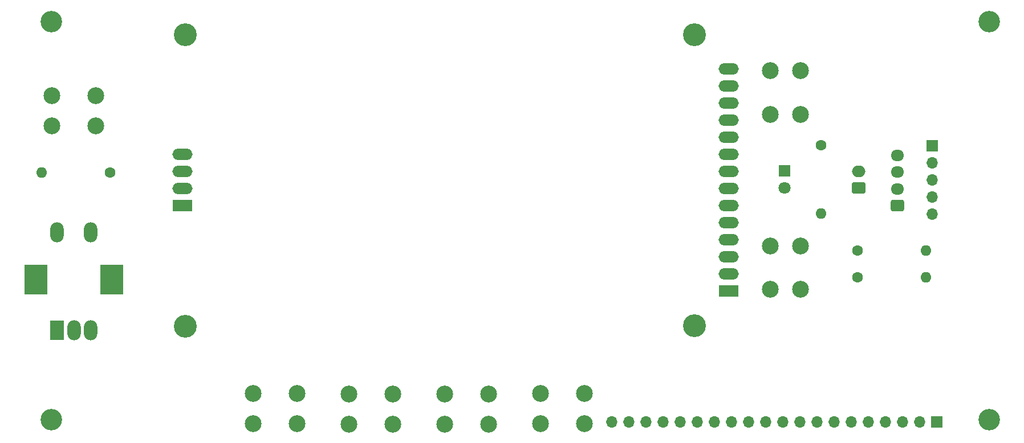
<source format=gbr>
%TF.GenerationSoftware,KiCad,Pcbnew,9.0.4*%
%TF.CreationDate,2025-12-09T23:50:13+01:00*%
%TF.ProjectId,Front Pannel,46726f6e-7420-4506-916e-6e656c2e6b69,rev?*%
%TF.SameCoordinates,Original*%
%TF.FileFunction,Soldermask,Top*%
%TF.FilePolarity,Negative*%
%FSLAX46Y46*%
G04 Gerber Fmt 4.6, Leading zero omitted, Abs format (unit mm)*
G04 Created by KiCad (PCBNEW 9.0.4) date 2025-12-09 23:50:13*
%MOMM*%
%LPD*%
G01*
G04 APERTURE LIST*
G04 Aperture macros list*
%AMRoundRect*
0 Rectangle with rounded corners*
0 $1 Rounding radius*
0 $2 $3 $4 $5 $6 $7 $8 $9 X,Y pos of 4 corners*
0 Add a 4 corners polygon primitive as box body*
4,1,4,$2,$3,$4,$5,$6,$7,$8,$9,$2,$3,0*
0 Add four circle primitives for the rounded corners*
1,1,$1+$1,$2,$3*
1,1,$1+$1,$4,$5*
1,1,$1+$1,$6,$7*
1,1,$1+$1,$8,$9*
0 Add four rect primitives between the rounded corners*
20,1,$1+$1,$2,$3,$4,$5,0*
20,1,$1+$1,$4,$5,$6,$7,0*
20,1,$1+$1,$6,$7,$8,$9,0*
20,1,$1+$1,$8,$9,$2,$3,0*%
G04 Aperture macros list end*
%ADD10C,1.600000*%
%ADD11O,1.600000X1.600000*%
%ADD12R,1.800000X1.800000*%
%ADD13C,1.800000*%
%ADD14C,2.500000*%
%ADD15R,1.700000X1.700000*%
%ADD16O,1.700000X1.700000*%
%ADD17R,2.000000X3.000000*%
%ADD18O,2.000000X3.000000*%
%ADD19R,3.500000X4.500000*%
%ADD20C,3.200000*%
%ADD21C,3.400000*%
%ADD22R,3.000000X1.700000*%
%ADD23O,3.000000X1.700000*%
%ADD24RoundRect,0.250000X0.750000X-0.600000X0.750000X0.600000X-0.750000X0.600000X-0.750000X-0.600000X0*%
%ADD25O,2.000000X1.700000*%
%ADD26RoundRect,0.250000X0.725000X-0.600000X0.725000X0.600000X-0.725000X0.600000X-0.725000X-0.600000X0*%
%ADD27O,1.950000X1.700000*%
G04 APERTURE END LIST*
D10*
%TO.C,R3*%
X193294000Y-100620800D03*
D11*
X203454000Y-100620800D03*
%TD*%
D12*
%TO.C,D1*%
X182442000Y-84759800D03*
D13*
X182442000Y-87299800D03*
%TD*%
D14*
%TO.C,SW7*%
X180319000Y-76325800D03*
X180319000Y-69825800D03*
X184819000Y-76325800D03*
X184819000Y-69825800D03*
%TD*%
%TO.C,SW4*%
X138482400Y-122399000D03*
X131982400Y-122399000D03*
X138482400Y-117899000D03*
X131982400Y-117899000D03*
%TD*%
D10*
%TO.C,R2*%
X193294000Y-96570800D03*
D11*
X203454000Y-96570800D03*
%TD*%
D14*
%TO.C,SW3*%
X124258400Y-122399000D03*
X117758400Y-122399000D03*
X124258400Y-117899000D03*
X117758400Y-117899000D03*
%TD*%
D10*
%TO.C,R1*%
X187801400Y-80949800D03*
D11*
X187801400Y-91109800D03*
%TD*%
D15*
%TO.C,J3*%
X204388000Y-81006000D03*
D16*
X204388000Y-83546000D03*
X204388000Y-86086000D03*
X204388000Y-88626000D03*
X204388000Y-91166000D03*
%TD*%
D10*
%TO.C,R4*%
X82245200Y-84988400D03*
D11*
X72085200Y-84988400D03*
%TD*%
D17*
%TO.C,SW1*%
X74390400Y-108432600D03*
D18*
X79390400Y-108432600D03*
X76890400Y-108432600D03*
D19*
X71290400Y-100932600D03*
X82490400Y-100932600D03*
D18*
X74390400Y-93932600D03*
X79390400Y-93932600D03*
%TD*%
D20*
%TO.C,H2*%
X212804800Y-121724600D03*
%TD*%
%TO.C,H4*%
X73500000Y-121750000D03*
%TD*%
D14*
%TO.C,SW2*%
X110034400Y-122363000D03*
X103534400Y-122363000D03*
X110034400Y-117863000D03*
X103534400Y-117863000D03*
%TD*%
%TO.C,SW5*%
X152706400Y-122363000D03*
X146206400Y-122363000D03*
X152706400Y-117863000D03*
X146206400Y-117863000D03*
%TD*%
D21*
%TO.C,U1*%
X93462200Y-64482200D03*
X93462200Y-107882200D03*
X169062200Y-64482200D03*
X169062200Y-107782200D03*
D22*
X174162200Y-102652200D03*
D23*
X174162200Y-100112200D03*
X174162200Y-97572200D03*
X174162200Y-95032200D03*
X174162200Y-92492200D03*
X174162200Y-89952200D03*
X174162200Y-87412200D03*
X174162200Y-84872200D03*
X174162200Y-82332200D03*
X174162200Y-79792200D03*
X174162200Y-77252200D03*
X174162200Y-74712200D03*
X174162200Y-72172200D03*
X174162200Y-69632200D03*
D22*
X93012200Y-89932200D03*
D23*
X93012200Y-87392200D03*
X93012200Y-84852200D03*
X93012200Y-82312200D03*
%TD*%
D14*
%TO.C,SW6*%
X180319000Y-102386200D03*
X180319000Y-95886200D03*
X184819000Y-102386200D03*
X184819000Y-95886200D03*
%TD*%
D20*
%TO.C,H1*%
X212804800Y-62534800D03*
%TD*%
%TO.C,H3*%
X73500000Y-62560200D03*
%TD*%
D14*
%TO.C,SW8*%
X73640400Y-73574800D03*
X80140400Y-73574800D03*
X73640400Y-78074800D03*
X80140400Y-78074800D03*
%TD*%
D24*
%TO.C,J1*%
X193395600Y-87325200D03*
D25*
X193395600Y-84825200D03*
%TD*%
D15*
%TO.C,J4*%
X205022600Y-122047000D03*
D16*
X202482600Y-122047000D03*
X199942600Y-122047000D03*
X197402600Y-122047000D03*
X194862600Y-122047000D03*
X192322600Y-122047000D03*
X189782600Y-122047000D03*
X187242600Y-122047000D03*
X184702600Y-122047000D03*
X182162600Y-122047000D03*
X179622600Y-122047000D03*
X177082600Y-122047000D03*
X174542600Y-122047000D03*
X172002600Y-122047000D03*
X169462600Y-122047000D03*
X166922600Y-122047000D03*
X164382600Y-122047000D03*
X161842600Y-122047000D03*
X159302600Y-122047000D03*
X156762600Y-122047000D03*
%TD*%
D26*
%TO.C,J2*%
X199180600Y-89941400D03*
D27*
X199180600Y-87441400D03*
X199180600Y-84941400D03*
X199180600Y-82441400D03*
%TD*%
M02*

</source>
